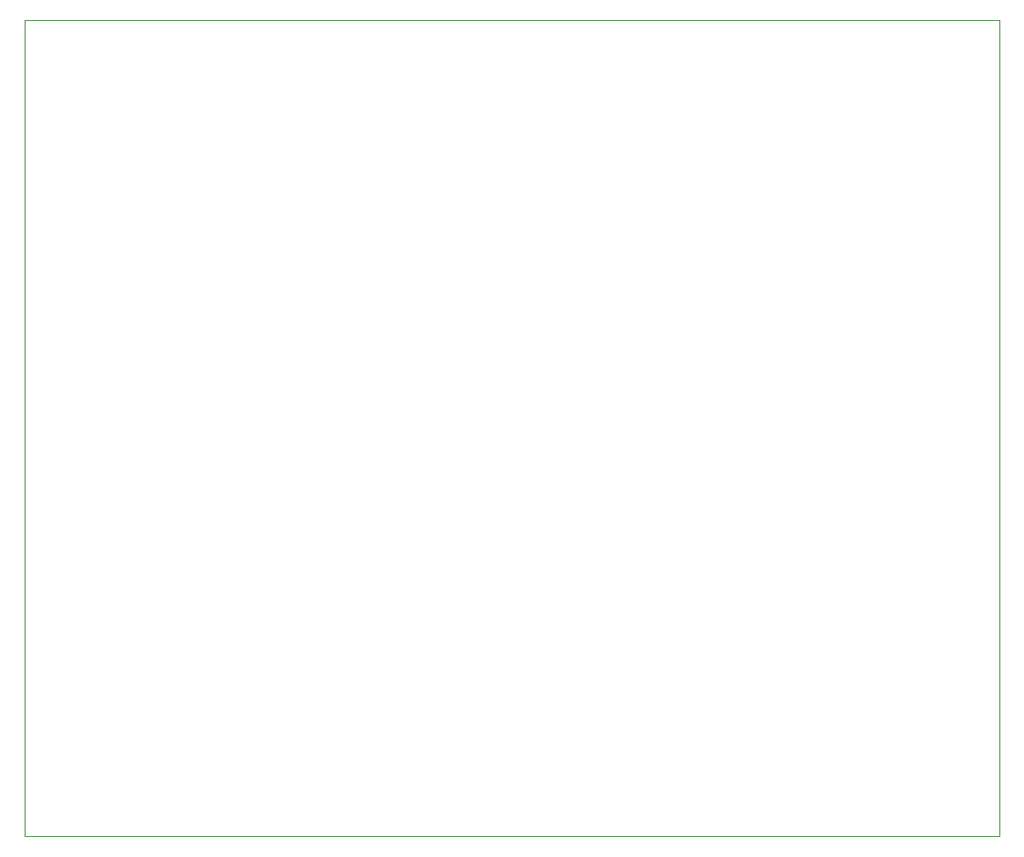
<source format=gbr>
%TF.GenerationSoftware,Altium Limited,Altium Designer,18.1.7 (191)*%
G04 Layer_Color=0*
%FSLAX26Y26*%
%MOIN*%
%TF.FileFunction,Profile,NP*%
%TF.Part,Single*%
G01*
G75*
%TA.AperFunction,Profile*%
%ADD32C,0.001000*%
D32*
X0Y0D02*
Y2985000D01*
X3565000D01*
Y0D01*
X0D01*
%TF.MD5,ae41bcaf62a4829c6c956bf5ad08ed38*%
M02*

</source>
